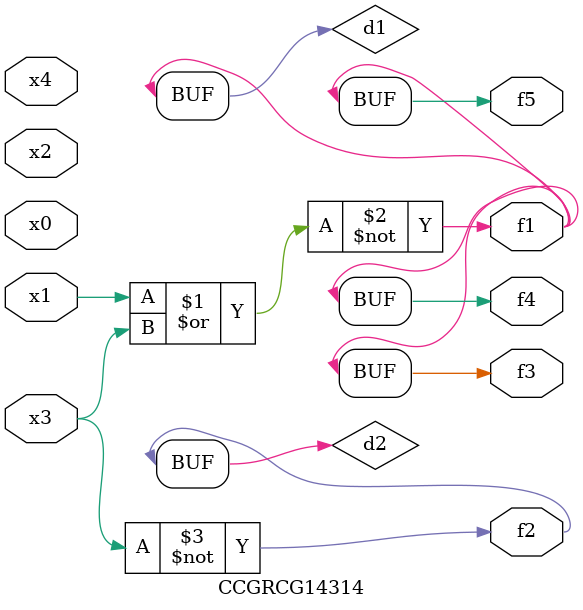
<source format=v>
module CCGRCG14314(
	input x0, x1, x2, x3, x4,
	output f1, f2, f3, f4, f5
);

	wire d1, d2;

	nor (d1, x1, x3);
	not (d2, x3);
	assign f1 = d1;
	assign f2 = d2;
	assign f3 = d1;
	assign f4 = d1;
	assign f5 = d1;
endmodule

</source>
